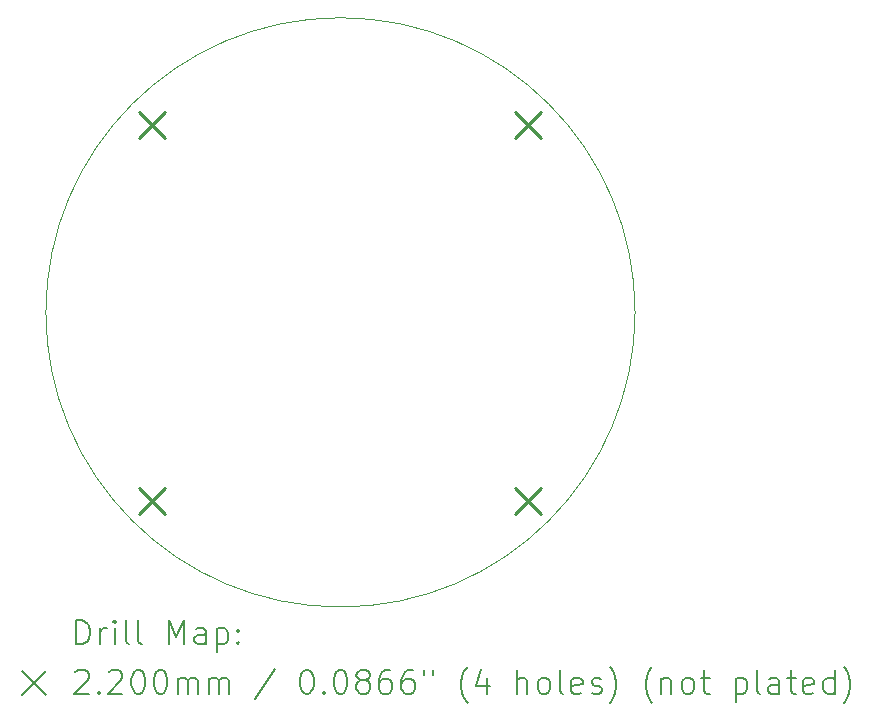
<source format=gbr>
%TF.GenerationSoftware,KiCad,Pcbnew,8.0.1*%
%TF.CreationDate,2024-06-09T19:47:23+05:00*%
%TF.ProjectId,rocket_project,726f636b-6574-45f7-9072-6f6a6563742e,rev?*%
%TF.SameCoordinates,Original*%
%TF.FileFunction,Drillmap*%
%TF.FilePolarity,Positive*%
%FSLAX45Y45*%
G04 Gerber Fmt 4.5, Leading zero omitted, Abs format (unit mm)*
G04 Created by KiCad (PCBNEW 8.0.1) date 2024-06-09 19:47:23*
%MOMM*%
%LPD*%
G01*
G04 APERTURE LIST*
%ADD10C,0.050000*%
%ADD11C,0.200000*%
%ADD12C,0.220000*%
G04 APERTURE END LIST*
D10*
X18243365Y-9519731D02*
G75*
G02*
X13254633Y-9519731I-2494366J0D01*
G01*
X13254633Y-9519731D02*
G75*
G02*
X18243365Y-9519731I2494366J0D01*
G01*
D11*
D12*
X14042368Y-7824334D02*
X14262368Y-8044334D01*
X14262368Y-7824334D02*
X14042368Y-8044334D01*
X14042368Y-11006315D02*
X14262368Y-11226315D01*
X14262368Y-11006315D02*
X14042368Y-11226315D01*
X17224349Y-7824334D02*
X17444349Y-8044334D01*
X17444349Y-7824334D02*
X17224349Y-8044334D01*
X17224349Y-11006315D02*
X17444349Y-11226315D01*
X17444349Y-11006315D02*
X17224349Y-11226315D01*
D11*
X13512910Y-12328081D02*
X13512910Y-12128081D01*
X13512910Y-12128081D02*
X13560529Y-12128081D01*
X13560529Y-12128081D02*
X13589100Y-12137604D01*
X13589100Y-12137604D02*
X13608148Y-12156652D01*
X13608148Y-12156652D02*
X13617672Y-12175700D01*
X13617672Y-12175700D02*
X13627196Y-12213795D01*
X13627196Y-12213795D02*
X13627196Y-12242366D01*
X13627196Y-12242366D02*
X13617672Y-12280462D01*
X13617672Y-12280462D02*
X13608148Y-12299509D01*
X13608148Y-12299509D02*
X13589100Y-12318557D01*
X13589100Y-12318557D02*
X13560529Y-12328081D01*
X13560529Y-12328081D02*
X13512910Y-12328081D01*
X13712910Y-12328081D02*
X13712910Y-12194747D01*
X13712910Y-12232843D02*
X13722434Y-12213795D01*
X13722434Y-12213795D02*
X13731957Y-12204271D01*
X13731957Y-12204271D02*
X13751005Y-12194747D01*
X13751005Y-12194747D02*
X13770053Y-12194747D01*
X13836719Y-12328081D02*
X13836719Y-12194747D01*
X13836719Y-12128081D02*
X13827196Y-12137604D01*
X13827196Y-12137604D02*
X13836719Y-12147128D01*
X13836719Y-12147128D02*
X13846243Y-12137604D01*
X13846243Y-12137604D02*
X13836719Y-12128081D01*
X13836719Y-12128081D02*
X13836719Y-12147128D01*
X13960529Y-12328081D02*
X13941481Y-12318557D01*
X13941481Y-12318557D02*
X13931957Y-12299509D01*
X13931957Y-12299509D02*
X13931957Y-12128081D01*
X14065291Y-12328081D02*
X14046243Y-12318557D01*
X14046243Y-12318557D02*
X14036719Y-12299509D01*
X14036719Y-12299509D02*
X14036719Y-12128081D01*
X14293862Y-12328081D02*
X14293862Y-12128081D01*
X14293862Y-12128081D02*
X14360529Y-12270938D01*
X14360529Y-12270938D02*
X14427196Y-12128081D01*
X14427196Y-12128081D02*
X14427196Y-12328081D01*
X14608148Y-12328081D02*
X14608148Y-12223319D01*
X14608148Y-12223319D02*
X14598624Y-12204271D01*
X14598624Y-12204271D02*
X14579577Y-12194747D01*
X14579577Y-12194747D02*
X14541481Y-12194747D01*
X14541481Y-12194747D02*
X14522434Y-12204271D01*
X14608148Y-12318557D02*
X14589100Y-12328081D01*
X14589100Y-12328081D02*
X14541481Y-12328081D01*
X14541481Y-12328081D02*
X14522434Y-12318557D01*
X14522434Y-12318557D02*
X14512910Y-12299509D01*
X14512910Y-12299509D02*
X14512910Y-12280462D01*
X14512910Y-12280462D02*
X14522434Y-12261414D01*
X14522434Y-12261414D02*
X14541481Y-12251890D01*
X14541481Y-12251890D02*
X14589100Y-12251890D01*
X14589100Y-12251890D02*
X14608148Y-12242366D01*
X14703386Y-12194747D02*
X14703386Y-12394747D01*
X14703386Y-12204271D02*
X14722434Y-12194747D01*
X14722434Y-12194747D02*
X14760529Y-12194747D01*
X14760529Y-12194747D02*
X14779577Y-12204271D01*
X14779577Y-12204271D02*
X14789100Y-12213795D01*
X14789100Y-12213795D02*
X14798624Y-12232843D01*
X14798624Y-12232843D02*
X14798624Y-12289985D01*
X14798624Y-12289985D02*
X14789100Y-12309033D01*
X14789100Y-12309033D02*
X14779577Y-12318557D01*
X14779577Y-12318557D02*
X14760529Y-12328081D01*
X14760529Y-12328081D02*
X14722434Y-12328081D01*
X14722434Y-12328081D02*
X14703386Y-12318557D01*
X14884338Y-12309033D02*
X14893862Y-12318557D01*
X14893862Y-12318557D02*
X14884338Y-12328081D01*
X14884338Y-12328081D02*
X14874815Y-12318557D01*
X14874815Y-12318557D02*
X14884338Y-12309033D01*
X14884338Y-12309033D02*
X14884338Y-12328081D01*
X14884338Y-12204271D02*
X14893862Y-12213795D01*
X14893862Y-12213795D02*
X14884338Y-12223319D01*
X14884338Y-12223319D02*
X14874815Y-12213795D01*
X14874815Y-12213795D02*
X14884338Y-12204271D01*
X14884338Y-12204271D02*
X14884338Y-12223319D01*
X13052133Y-12556597D02*
X13252133Y-12756597D01*
X13252133Y-12556597D02*
X13052133Y-12756597D01*
X13503386Y-12567128D02*
X13512910Y-12557604D01*
X13512910Y-12557604D02*
X13531957Y-12548081D01*
X13531957Y-12548081D02*
X13579577Y-12548081D01*
X13579577Y-12548081D02*
X13598624Y-12557604D01*
X13598624Y-12557604D02*
X13608148Y-12567128D01*
X13608148Y-12567128D02*
X13617672Y-12586176D01*
X13617672Y-12586176D02*
X13617672Y-12605223D01*
X13617672Y-12605223D02*
X13608148Y-12633795D01*
X13608148Y-12633795D02*
X13493862Y-12748081D01*
X13493862Y-12748081D02*
X13617672Y-12748081D01*
X13703386Y-12729033D02*
X13712910Y-12738557D01*
X13712910Y-12738557D02*
X13703386Y-12748081D01*
X13703386Y-12748081D02*
X13693862Y-12738557D01*
X13693862Y-12738557D02*
X13703386Y-12729033D01*
X13703386Y-12729033D02*
X13703386Y-12748081D01*
X13789100Y-12567128D02*
X13798624Y-12557604D01*
X13798624Y-12557604D02*
X13817672Y-12548081D01*
X13817672Y-12548081D02*
X13865291Y-12548081D01*
X13865291Y-12548081D02*
X13884338Y-12557604D01*
X13884338Y-12557604D02*
X13893862Y-12567128D01*
X13893862Y-12567128D02*
X13903386Y-12586176D01*
X13903386Y-12586176D02*
X13903386Y-12605223D01*
X13903386Y-12605223D02*
X13893862Y-12633795D01*
X13893862Y-12633795D02*
X13779577Y-12748081D01*
X13779577Y-12748081D02*
X13903386Y-12748081D01*
X14027196Y-12548081D02*
X14046243Y-12548081D01*
X14046243Y-12548081D02*
X14065291Y-12557604D01*
X14065291Y-12557604D02*
X14074815Y-12567128D01*
X14074815Y-12567128D02*
X14084338Y-12586176D01*
X14084338Y-12586176D02*
X14093862Y-12624271D01*
X14093862Y-12624271D02*
X14093862Y-12671890D01*
X14093862Y-12671890D02*
X14084338Y-12709985D01*
X14084338Y-12709985D02*
X14074815Y-12729033D01*
X14074815Y-12729033D02*
X14065291Y-12738557D01*
X14065291Y-12738557D02*
X14046243Y-12748081D01*
X14046243Y-12748081D02*
X14027196Y-12748081D01*
X14027196Y-12748081D02*
X14008148Y-12738557D01*
X14008148Y-12738557D02*
X13998624Y-12729033D01*
X13998624Y-12729033D02*
X13989100Y-12709985D01*
X13989100Y-12709985D02*
X13979577Y-12671890D01*
X13979577Y-12671890D02*
X13979577Y-12624271D01*
X13979577Y-12624271D02*
X13989100Y-12586176D01*
X13989100Y-12586176D02*
X13998624Y-12567128D01*
X13998624Y-12567128D02*
X14008148Y-12557604D01*
X14008148Y-12557604D02*
X14027196Y-12548081D01*
X14217672Y-12548081D02*
X14236719Y-12548081D01*
X14236719Y-12548081D02*
X14255767Y-12557604D01*
X14255767Y-12557604D02*
X14265291Y-12567128D01*
X14265291Y-12567128D02*
X14274815Y-12586176D01*
X14274815Y-12586176D02*
X14284338Y-12624271D01*
X14284338Y-12624271D02*
X14284338Y-12671890D01*
X14284338Y-12671890D02*
X14274815Y-12709985D01*
X14274815Y-12709985D02*
X14265291Y-12729033D01*
X14265291Y-12729033D02*
X14255767Y-12738557D01*
X14255767Y-12738557D02*
X14236719Y-12748081D01*
X14236719Y-12748081D02*
X14217672Y-12748081D01*
X14217672Y-12748081D02*
X14198624Y-12738557D01*
X14198624Y-12738557D02*
X14189100Y-12729033D01*
X14189100Y-12729033D02*
X14179577Y-12709985D01*
X14179577Y-12709985D02*
X14170053Y-12671890D01*
X14170053Y-12671890D02*
X14170053Y-12624271D01*
X14170053Y-12624271D02*
X14179577Y-12586176D01*
X14179577Y-12586176D02*
X14189100Y-12567128D01*
X14189100Y-12567128D02*
X14198624Y-12557604D01*
X14198624Y-12557604D02*
X14217672Y-12548081D01*
X14370053Y-12748081D02*
X14370053Y-12614747D01*
X14370053Y-12633795D02*
X14379577Y-12624271D01*
X14379577Y-12624271D02*
X14398624Y-12614747D01*
X14398624Y-12614747D02*
X14427196Y-12614747D01*
X14427196Y-12614747D02*
X14446243Y-12624271D01*
X14446243Y-12624271D02*
X14455767Y-12643319D01*
X14455767Y-12643319D02*
X14455767Y-12748081D01*
X14455767Y-12643319D02*
X14465291Y-12624271D01*
X14465291Y-12624271D02*
X14484338Y-12614747D01*
X14484338Y-12614747D02*
X14512910Y-12614747D01*
X14512910Y-12614747D02*
X14531958Y-12624271D01*
X14531958Y-12624271D02*
X14541481Y-12643319D01*
X14541481Y-12643319D02*
X14541481Y-12748081D01*
X14636719Y-12748081D02*
X14636719Y-12614747D01*
X14636719Y-12633795D02*
X14646243Y-12624271D01*
X14646243Y-12624271D02*
X14665291Y-12614747D01*
X14665291Y-12614747D02*
X14693862Y-12614747D01*
X14693862Y-12614747D02*
X14712910Y-12624271D01*
X14712910Y-12624271D02*
X14722434Y-12643319D01*
X14722434Y-12643319D02*
X14722434Y-12748081D01*
X14722434Y-12643319D02*
X14731958Y-12624271D01*
X14731958Y-12624271D02*
X14751005Y-12614747D01*
X14751005Y-12614747D02*
X14779577Y-12614747D01*
X14779577Y-12614747D02*
X14798624Y-12624271D01*
X14798624Y-12624271D02*
X14808148Y-12643319D01*
X14808148Y-12643319D02*
X14808148Y-12748081D01*
X15198624Y-12538557D02*
X15027196Y-12795700D01*
X15455767Y-12548081D02*
X15474815Y-12548081D01*
X15474815Y-12548081D02*
X15493862Y-12557604D01*
X15493862Y-12557604D02*
X15503386Y-12567128D01*
X15503386Y-12567128D02*
X15512910Y-12586176D01*
X15512910Y-12586176D02*
X15522434Y-12624271D01*
X15522434Y-12624271D02*
X15522434Y-12671890D01*
X15522434Y-12671890D02*
X15512910Y-12709985D01*
X15512910Y-12709985D02*
X15503386Y-12729033D01*
X15503386Y-12729033D02*
X15493862Y-12738557D01*
X15493862Y-12738557D02*
X15474815Y-12748081D01*
X15474815Y-12748081D02*
X15455767Y-12748081D01*
X15455767Y-12748081D02*
X15436720Y-12738557D01*
X15436720Y-12738557D02*
X15427196Y-12729033D01*
X15427196Y-12729033D02*
X15417672Y-12709985D01*
X15417672Y-12709985D02*
X15408148Y-12671890D01*
X15408148Y-12671890D02*
X15408148Y-12624271D01*
X15408148Y-12624271D02*
X15417672Y-12586176D01*
X15417672Y-12586176D02*
X15427196Y-12567128D01*
X15427196Y-12567128D02*
X15436720Y-12557604D01*
X15436720Y-12557604D02*
X15455767Y-12548081D01*
X15608148Y-12729033D02*
X15617672Y-12738557D01*
X15617672Y-12738557D02*
X15608148Y-12748081D01*
X15608148Y-12748081D02*
X15598624Y-12738557D01*
X15598624Y-12738557D02*
X15608148Y-12729033D01*
X15608148Y-12729033D02*
X15608148Y-12748081D01*
X15741481Y-12548081D02*
X15760529Y-12548081D01*
X15760529Y-12548081D02*
X15779577Y-12557604D01*
X15779577Y-12557604D02*
X15789101Y-12567128D01*
X15789101Y-12567128D02*
X15798624Y-12586176D01*
X15798624Y-12586176D02*
X15808148Y-12624271D01*
X15808148Y-12624271D02*
X15808148Y-12671890D01*
X15808148Y-12671890D02*
X15798624Y-12709985D01*
X15798624Y-12709985D02*
X15789101Y-12729033D01*
X15789101Y-12729033D02*
X15779577Y-12738557D01*
X15779577Y-12738557D02*
X15760529Y-12748081D01*
X15760529Y-12748081D02*
X15741481Y-12748081D01*
X15741481Y-12748081D02*
X15722434Y-12738557D01*
X15722434Y-12738557D02*
X15712910Y-12729033D01*
X15712910Y-12729033D02*
X15703386Y-12709985D01*
X15703386Y-12709985D02*
X15693862Y-12671890D01*
X15693862Y-12671890D02*
X15693862Y-12624271D01*
X15693862Y-12624271D02*
X15703386Y-12586176D01*
X15703386Y-12586176D02*
X15712910Y-12567128D01*
X15712910Y-12567128D02*
X15722434Y-12557604D01*
X15722434Y-12557604D02*
X15741481Y-12548081D01*
X15922434Y-12633795D02*
X15903386Y-12624271D01*
X15903386Y-12624271D02*
X15893862Y-12614747D01*
X15893862Y-12614747D02*
X15884339Y-12595700D01*
X15884339Y-12595700D02*
X15884339Y-12586176D01*
X15884339Y-12586176D02*
X15893862Y-12567128D01*
X15893862Y-12567128D02*
X15903386Y-12557604D01*
X15903386Y-12557604D02*
X15922434Y-12548081D01*
X15922434Y-12548081D02*
X15960529Y-12548081D01*
X15960529Y-12548081D02*
X15979577Y-12557604D01*
X15979577Y-12557604D02*
X15989101Y-12567128D01*
X15989101Y-12567128D02*
X15998624Y-12586176D01*
X15998624Y-12586176D02*
X15998624Y-12595700D01*
X15998624Y-12595700D02*
X15989101Y-12614747D01*
X15989101Y-12614747D02*
X15979577Y-12624271D01*
X15979577Y-12624271D02*
X15960529Y-12633795D01*
X15960529Y-12633795D02*
X15922434Y-12633795D01*
X15922434Y-12633795D02*
X15903386Y-12643319D01*
X15903386Y-12643319D02*
X15893862Y-12652843D01*
X15893862Y-12652843D02*
X15884339Y-12671890D01*
X15884339Y-12671890D02*
X15884339Y-12709985D01*
X15884339Y-12709985D02*
X15893862Y-12729033D01*
X15893862Y-12729033D02*
X15903386Y-12738557D01*
X15903386Y-12738557D02*
X15922434Y-12748081D01*
X15922434Y-12748081D02*
X15960529Y-12748081D01*
X15960529Y-12748081D02*
X15979577Y-12738557D01*
X15979577Y-12738557D02*
X15989101Y-12729033D01*
X15989101Y-12729033D02*
X15998624Y-12709985D01*
X15998624Y-12709985D02*
X15998624Y-12671890D01*
X15998624Y-12671890D02*
X15989101Y-12652843D01*
X15989101Y-12652843D02*
X15979577Y-12643319D01*
X15979577Y-12643319D02*
X15960529Y-12633795D01*
X16170053Y-12548081D02*
X16131958Y-12548081D01*
X16131958Y-12548081D02*
X16112910Y-12557604D01*
X16112910Y-12557604D02*
X16103386Y-12567128D01*
X16103386Y-12567128D02*
X16084339Y-12595700D01*
X16084339Y-12595700D02*
X16074815Y-12633795D01*
X16074815Y-12633795D02*
X16074815Y-12709985D01*
X16074815Y-12709985D02*
X16084339Y-12729033D01*
X16084339Y-12729033D02*
X16093862Y-12738557D01*
X16093862Y-12738557D02*
X16112910Y-12748081D01*
X16112910Y-12748081D02*
X16151005Y-12748081D01*
X16151005Y-12748081D02*
X16170053Y-12738557D01*
X16170053Y-12738557D02*
X16179577Y-12729033D01*
X16179577Y-12729033D02*
X16189101Y-12709985D01*
X16189101Y-12709985D02*
X16189101Y-12662366D01*
X16189101Y-12662366D02*
X16179577Y-12643319D01*
X16179577Y-12643319D02*
X16170053Y-12633795D01*
X16170053Y-12633795D02*
X16151005Y-12624271D01*
X16151005Y-12624271D02*
X16112910Y-12624271D01*
X16112910Y-12624271D02*
X16093862Y-12633795D01*
X16093862Y-12633795D02*
X16084339Y-12643319D01*
X16084339Y-12643319D02*
X16074815Y-12662366D01*
X16360529Y-12548081D02*
X16322434Y-12548081D01*
X16322434Y-12548081D02*
X16303386Y-12557604D01*
X16303386Y-12557604D02*
X16293862Y-12567128D01*
X16293862Y-12567128D02*
X16274815Y-12595700D01*
X16274815Y-12595700D02*
X16265291Y-12633795D01*
X16265291Y-12633795D02*
X16265291Y-12709985D01*
X16265291Y-12709985D02*
X16274815Y-12729033D01*
X16274815Y-12729033D02*
X16284339Y-12738557D01*
X16284339Y-12738557D02*
X16303386Y-12748081D01*
X16303386Y-12748081D02*
X16341482Y-12748081D01*
X16341482Y-12748081D02*
X16360529Y-12738557D01*
X16360529Y-12738557D02*
X16370053Y-12729033D01*
X16370053Y-12729033D02*
X16379577Y-12709985D01*
X16379577Y-12709985D02*
X16379577Y-12662366D01*
X16379577Y-12662366D02*
X16370053Y-12643319D01*
X16370053Y-12643319D02*
X16360529Y-12633795D01*
X16360529Y-12633795D02*
X16341482Y-12624271D01*
X16341482Y-12624271D02*
X16303386Y-12624271D01*
X16303386Y-12624271D02*
X16284339Y-12633795D01*
X16284339Y-12633795D02*
X16274815Y-12643319D01*
X16274815Y-12643319D02*
X16265291Y-12662366D01*
X16455767Y-12548081D02*
X16455767Y-12586176D01*
X16531958Y-12548081D02*
X16531958Y-12586176D01*
X16827196Y-12824271D02*
X16817672Y-12814747D01*
X16817672Y-12814747D02*
X16798625Y-12786176D01*
X16798625Y-12786176D02*
X16789101Y-12767128D01*
X16789101Y-12767128D02*
X16779577Y-12738557D01*
X16779577Y-12738557D02*
X16770053Y-12690938D01*
X16770053Y-12690938D02*
X16770053Y-12652843D01*
X16770053Y-12652843D02*
X16779577Y-12605223D01*
X16779577Y-12605223D02*
X16789101Y-12576652D01*
X16789101Y-12576652D02*
X16798625Y-12557604D01*
X16798625Y-12557604D02*
X16817672Y-12529033D01*
X16817672Y-12529033D02*
X16827196Y-12519509D01*
X16989101Y-12614747D02*
X16989101Y-12748081D01*
X16941482Y-12538557D02*
X16893863Y-12681414D01*
X16893863Y-12681414D02*
X17017672Y-12681414D01*
X17246244Y-12748081D02*
X17246244Y-12548081D01*
X17331958Y-12748081D02*
X17331958Y-12643319D01*
X17331958Y-12643319D02*
X17322434Y-12624271D01*
X17322434Y-12624271D02*
X17303387Y-12614747D01*
X17303387Y-12614747D02*
X17274815Y-12614747D01*
X17274815Y-12614747D02*
X17255767Y-12624271D01*
X17255767Y-12624271D02*
X17246244Y-12633795D01*
X17455767Y-12748081D02*
X17436720Y-12738557D01*
X17436720Y-12738557D02*
X17427196Y-12729033D01*
X17427196Y-12729033D02*
X17417672Y-12709985D01*
X17417672Y-12709985D02*
X17417672Y-12652843D01*
X17417672Y-12652843D02*
X17427196Y-12633795D01*
X17427196Y-12633795D02*
X17436720Y-12624271D01*
X17436720Y-12624271D02*
X17455767Y-12614747D01*
X17455767Y-12614747D02*
X17484339Y-12614747D01*
X17484339Y-12614747D02*
X17503387Y-12624271D01*
X17503387Y-12624271D02*
X17512910Y-12633795D01*
X17512910Y-12633795D02*
X17522434Y-12652843D01*
X17522434Y-12652843D02*
X17522434Y-12709985D01*
X17522434Y-12709985D02*
X17512910Y-12729033D01*
X17512910Y-12729033D02*
X17503387Y-12738557D01*
X17503387Y-12738557D02*
X17484339Y-12748081D01*
X17484339Y-12748081D02*
X17455767Y-12748081D01*
X17636720Y-12748081D02*
X17617672Y-12738557D01*
X17617672Y-12738557D02*
X17608148Y-12719509D01*
X17608148Y-12719509D02*
X17608148Y-12548081D01*
X17789101Y-12738557D02*
X17770053Y-12748081D01*
X17770053Y-12748081D02*
X17731958Y-12748081D01*
X17731958Y-12748081D02*
X17712910Y-12738557D01*
X17712910Y-12738557D02*
X17703387Y-12719509D01*
X17703387Y-12719509D02*
X17703387Y-12643319D01*
X17703387Y-12643319D02*
X17712910Y-12624271D01*
X17712910Y-12624271D02*
X17731958Y-12614747D01*
X17731958Y-12614747D02*
X17770053Y-12614747D01*
X17770053Y-12614747D02*
X17789101Y-12624271D01*
X17789101Y-12624271D02*
X17798625Y-12643319D01*
X17798625Y-12643319D02*
X17798625Y-12662366D01*
X17798625Y-12662366D02*
X17703387Y-12681414D01*
X17874815Y-12738557D02*
X17893863Y-12748081D01*
X17893863Y-12748081D02*
X17931958Y-12748081D01*
X17931958Y-12748081D02*
X17951006Y-12738557D01*
X17951006Y-12738557D02*
X17960529Y-12719509D01*
X17960529Y-12719509D02*
X17960529Y-12709985D01*
X17960529Y-12709985D02*
X17951006Y-12690938D01*
X17951006Y-12690938D02*
X17931958Y-12681414D01*
X17931958Y-12681414D02*
X17903387Y-12681414D01*
X17903387Y-12681414D02*
X17884339Y-12671890D01*
X17884339Y-12671890D02*
X17874815Y-12652843D01*
X17874815Y-12652843D02*
X17874815Y-12643319D01*
X17874815Y-12643319D02*
X17884339Y-12624271D01*
X17884339Y-12624271D02*
X17903387Y-12614747D01*
X17903387Y-12614747D02*
X17931958Y-12614747D01*
X17931958Y-12614747D02*
X17951006Y-12624271D01*
X18027196Y-12824271D02*
X18036720Y-12814747D01*
X18036720Y-12814747D02*
X18055768Y-12786176D01*
X18055768Y-12786176D02*
X18065291Y-12767128D01*
X18065291Y-12767128D02*
X18074815Y-12738557D01*
X18074815Y-12738557D02*
X18084339Y-12690938D01*
X18084339Y-12690938D02*
X18084339Y-12652843D01*
X18084339Y-12652843D02*
X18074815Y-12605223D01*
X18074815Y-12605223D02*
X18065291Y-12576652D01*
X18065291Y-12576652D02*
X18055768Y-12557604D01*
X18055768Y-12557604D02*
X18036720Y-12529033D01*
X18036720Y-12529033D02*
X18027196Y-12519509D01*
X18389101Y-12824271D02*
X18379577Y-12814747D01*
X18379577Y-12814747D02*
X18360529Y-12786176D01*
X18360529Y-12786176D02*
X18351006Y-12767128D01*
X18351006Y-12767128D02*
X18341482Y-12738557D01*
X18341482Y-12738557D02*
X18331958Y-12690938D01*
X18331958Y-12690938D02*
X18331958Y-12652843D01*
X18331958Y-12652843D02*
X18341482Y-12605223D01*
X18341482Y-12605223D02*
X18351006Y-12576652D01*
X18351006Y-12576652D02*
X18360529Y-12557604D01*
X18360529Y-12557604D02*
X18379577Y-12529033D01*
X18379577Y-12529033D02*
X18389101Y-12519509D01*
X18465291Y-12614747D02*
X18465291Y-12748081D01*
X18465291Y-12633795D02*
X18474815Y-12624271D01*
X18474815Y-12624271D02*
X18493863Y-12614747D01*
X18493863Y-12614747D02*
X18522434Y-12614747D01*
X18522434Y-12614747D02*
X18541482Y-12624271D01*
X18541482Y-12624271D02*
X18551006Y-12643319D01*
X18551006Y-12643319D02*
X18551006Y-12748081D01*
X18674815Y-12748081D02*
X18655768Y-12738557D01*
X18655768Y-12738557D02*
X18646244Y-12729033D01*
X18646244Y-12729033D02*
X18636720Y-12709985D01*
X18636720Y-12709985D02*
X18636720Y-12652843D01*
X18636720Y-12652843D02*
X18646244Y-12633795D01*
X18646244Y-12633795D02*
X18655768Y-12624271D01*
X18655768Y-12624271D02*
X18674815Y-12614747D01*
X18674815Y-12614747D02*
X18703387Y-12614747D01*
X18703387Y-12614747D02*
X18722434Y-12624271D01*
X18722434Y-12624271D02*
X18731958Y-12633795D01*
X18731958Y-12633795D02*
X18741482Y-12652843D01*
X18741482Y-12652843D02*
X18741482Y-12709985D01*
X18741482Y-12709985D02*
X18731958Y-12729033D01*
X18731958Y-12729033D02*
X18722434Y-12738557D01*
X18722434Y-12738557D02*
X18703387Y-12748081D01*
X18703387Y-12748081D02*
X18674815Y-12748081D01*
X18798625Y-12614747D02*
X18874815Y-12614747D01*
X18827196Y-12548081D02*
X18827196Y-12719509D01*
X18827196Y-12719509D02*
X18836720Y-12738557D01*
X18836720Y-12738557D02*
X18855768Y-12748081D01*
X18855768Y-12748081D02*
X18874815Y-12748081D01*
X19093863Y-12614747D02*
X19093863Y-12814747D01*
X19093863Y-12624271D02*
X19112910Y-12614747D01*
X19112910Y-12614747D02*
X19151006Y-12614747D01*
X19151006Y-12614747D02*
X19170053Y-12624271D01*
X19170053Y-12624271D02*
X19179577Y-12633795D01*
X19179577Y-12633795D02*
X19189101Y-12652843D01*
X19189101Y-12652843D02*
X19189101Y-12709985D01*
X19189101Y-12709985D02*
X19179577Y-12729033D01*
X19179577Y-12729033D02*
X19170053Y-12738557D01*
X19170053Y-12738557D02*
X19151006Y-12748081D01*
X19151006Y-12748081D02*
X19112910Y-12748081D01*
X19112910Y-12748081D02*
X19093863Y-12738557D01*
X19303387Y-12748081D02*
X19284339Y-12738557D01*
X19284339Y-12738557D02*
X19274815Y-12719509D01*
X19274815Y-12719509D02*
X19274815Y-12548081D01*
X19465291Y-12748081D02*
X19465291Y-12643319D01*
X19465291Y-12643319D02*
X19455768Y-12624271D01*
X19455768Y-12624271D02*
X19436720Y-12614747D01*
X19436720Y-12614747D02*
X19398625Y-12614747D01*
X19398625Y-12614747D02*
X19379577Y-12624271D01*
X19465291Y-12738557D02*
X19446244Y-12748081D01*
X19446244Y-12748081D02*
X19398625Y-12748081D01*
X19398625Y-12748081D02*
X19379577Y-12738557D01*
X19379577Y-12738557D02*
X19370053Y-12719509D01*
X19370053Y-12719509D02*
X19370053Y-12700462D01*
X19370053Y-12700462D02*
X19379577Y-12681414D01*
X19379577Y-12681414D02*
X19398625Y-12671890D01*
X19398625Y-12671890D02*
X19446244Y-12671890D01*
X19446244Y-12671890D02*
X19465291Y-12662366D01*
X19531958Y-12614747D02*
X19608149Y-12614747D01*
X19560530Y-12548081D02*
X19560530Y-12719509D01*
X19560530Y-12719509D02*
X19570053Y-12738557D01*
X19570053Y-12738557D02*
X19589101Y-12748081D01*
X19589101Y-12748081D02*
X19608149Y-12748081D01*
X19751006Y-12738557D02*
X19731958Y-12748081D01*
X19731958Y-12748081D02*
X19693863Y-12748081D01*
X19693863Y-12748081D02*
X19674815Y-12738557D01*
X19674815Y-12738557D02*
X19665291Y-12719509D01*
X19665291Y-12719509D02*
X19665291Y-12643319D01*
X19665291Y-12643319D02*
X19674815Y-12624271D01*
X19674815Y-12624271D02*
X19693863Y-12614747D01*
X19693863Y-12614747D02*
X19731958Y-12614747D01*
X19731958Y-12614747D02*
X19751006Y-12624271D01*
X19751006Y-12624271D02*
X19760530Y-12643319D01*
X19760530Y-12643319D02*
X19760530Y-12662366D01*
X19760530Y-12662366D02*
X19665291Y-12681414D01*
X19931958Y-12748081D02*
X19931958Y-12548081D01*
X19931958Y-12738557D02*
X19912911Y-12748081D01*
X19912911Y-12748081D02*
X19874815Y-12748081D01*
X19874815Y-12748081D02*
X19855768Y-12738557D01*
X19855768Y-12738557D02*
X19846244Y-12729033D01*
X19846244Y-12729033D02*
X19836720Y-12709985D01*
X19836720Y-12709985D02*
X19836720Y-12652843D01*
X19836720Y-12652843D02*
X19846244Y-12633795D01*
X19846244Y-12633795D02*
X19855768Y-12624271D01*
X19855768Y-12624271D02*
X19874815Y-12614747D01*
X19874815Y-12614747D02*
X19912911Y-12614747D01*
X19912911Y-12614747D02*
X19931958Y-12624271D01*
X20008149Y-12824271D02*
X20017672Y-12814747D01*
X20017672Y-12814747D02*
X20036720Y-12786176D01*
X20036720Y-12786176D02*
X20046244Y-12767128D01*
X20046244Y-12767128D02*
X20055768Y-12738557D01*
X20055768Y-12738557D02*
X20065291Y-12690938D01*
X20065291Y-12690938D02*
X20065291Y-12652843D01*
X20065291Y-12652843D02*
X20055768Y-12605223D01*
X20055768Y-12605223D02*
X20046244Y-12576652D01*
X20046244Y-12576652D02*
X20036720Y-12557604D01*
X20036720Y-12557604D02*
X20017672Y-12529033D01*
X20017672Y-12529033D02*
X20008149Y-12519509D01*
M02*

</source>
